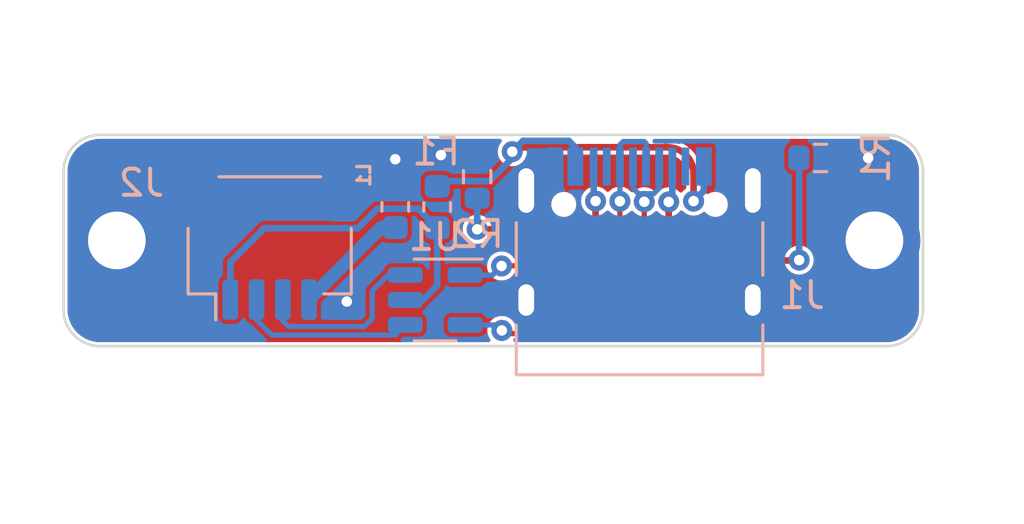
<source format=kicad_pcb>
(kicad_pcb (version 20211014) (generator pcbnew)
  (title_block (title "Unified Daughterboard") (date "2020-03-22") (rev "C3") (company "Designed by the keyboard community"))
  (layers (0 "F.Cu" signal) (31 "B.Cu" signal) (34 "B.Paste" user) (35 "F.Paste" user) (36 "B.SilkS" user "B.Silkscreen") (37 "F.SilkS" user "F.Silkscreen") (38 "B.Mask" user) (39 "F.Mask" user) (44 "Edge.Cuts" user))
  (net 0 "")
  (net 1 "GND")
  (net 2 "VCC")
  (net 3 "Net-(J1-PadA5)")
  (net 4 "Net-(J1-PadB5)")
  (net 5 "VBUS")
  (net 8 "DBus+")
  (net 9 "DBus-")
  (net 10 "DN")
  (net 11 "DP")
  (net 12 "GNDPWR")
  (footprint "random-keyboard-parts:Generic-Mounthole" (layer "F.Cu") (at 56.1975 63.463)
    (fp_text reference "MH2" hide)
    (fp_text value "Mount-M2" hide)
    (pad "1" thru_hole circle locked (at 0 0) (size 3.500001 3.500001) (drill 2.2) (layers *.Cu *.Mask) (net 12 "GNDPWR"))
  )
  (footprint "random-keyboard-parts:Generic-Mounthole" (layer "F.Cu") (at 27.314 63.467682)
    (fp_text reference "MH1")
    (fp_text value "Mount-M2")
    (pad "1" thru_hole circle locked (at 0 0) (size 3.5 3.5) (drill 2.2) (layers *.Cu *.Mask) (net 12 "GNDPWR"))
  )
  (footprint "Resistor_SMD:R_0603_1608Metric" (layer "B.Cu") (at 41.0525 61.033 90)
    (fp_text reference "R2" (at -2.197 0.0375) (layer "B.SilkS") (effects (justify mirror)))
    (fp_text value "5.1k")
    (fp_line (start -0.237258 0.5225) (end 0.237258 0.5225) (layer "B.SilkS") (width 0.12))
    (fp_line (start -0.237258 -0.5225) (end 0.237258 -0.5225) (layer "B.SilkS") (width 0.12))
    (pad "1" smd roundrect locked (at -0.825 0 90) (size 0.8 0.95) (layers "B.Cu" "B.Paste" "B.Mask") (net 4 "Net-(J1-PadB5)"))
    (pad "2" smd roundrect locked (at 0.825 0 90) (size 0.8 0.95) (layers "B.Cu" "B.Paste" "B.Mask") (net 12 "GNDPWR"))
  )
  (footprint "Package_TO_SOT_SMD:SOT-23-6" (layer "B.Cu") (at 39.45 65.74 180)
    (fp_text reference "U1" (at 0 2.4) (layer "B.SilkS") (effects (justify mirror)))
    (fp_text value "USBLC6-2SC6")
    (fp_line (start 0 -1.56) (end 0.8 -1.56) (layer "B.SilkS") (width 0.12))
    (fp_line (start 0 -1.56) (end -0.8 -1.56) (layer "B.SilkS") (width 0.12))
    (fp_line (start 0 1.56) (end -1.8 1.56) (layer "B.SilkS") (width 0.12))
    (fp_line (start 0 1.56) (end 0.8 1.56) (layer "B.SilkS") (width 0.12))
    (pad "1" smd roundrect (at -1.1375 0.95 180) (size 1.325 0.6) (layers "B.Cu" "B.Paste" "B.Mask") (net 8 "DBus+"))
    (pad "2" smd roundrect (at -1.1375 0 180) (size 1.325 0.6) (layers "B.Cu" "B.Paste" "B.Mask") (net 12 "GNDPWR"))
    (pad "3" smd roundrect (at -1.1375 -0.95 180) (size 1.325 0.6) (layers "B.Cu" "B.Paste" "B.Mask") (net 9 "DBus-"))
    (pad "4" smd roundrect (at 1.1375 -0.95 180) (size 1.325 0.6) (layers "B.Cu" "B.Paste" "B.Mask") (net 10 "DN"))
    (pad "5" smd roundrect (at 1.1375 0 180) (size 1.325 0.6) (layers "B.Cu" "B.Paste" "B.Mask") (net 2 "VCC"))
    (pad "6" smd roundrect (at 1.1375 0.95 180) (size 1.325 0.6) (layers "B.Cu" "B.Paste" "B.Mask") (net 11 "DP"))
  )
  (footprint "logo:JST_SH_SM04B-SRSS-TB_1x04-1MP_P1.00mm_Horizontal" (layer "B.Cu") (at 33.1425 63.723)
    (fp_text reference "J2" (at -4.8925 -2.453 180) (layer "B.SilkS") (effects (justify mirror)))
    (fp_text value "SM04B-SRSS-TB(LF)(SN)")
    (fp_line (start -1.94 -2.685) (end 1.94 -2.685) (layer "B.SilkS") (width 0.12))
    (fp_line (start -2.06 1.785) (end -2.06 2.775) (layer "B.SilkS") (width 0.12))
    (fp_line (start -3.11 1.785) (end -2.06 1.785) (layer "B.SilkS") (width 0.12))
    (fp_line (start 3.11 1.785) (end 2.06 1.785) (layer "B.SilkS") (width 0.12))
    (fp_line (start 3.11 -0.715) (end 3.11 1.785) (layer "B.SilkS") (width 0.12))
    (fp_line (start -3.11 -0.715) (end -3.11 1.785) (layer "B.SilkS") (width 0.12))
    (pad "1" smd roundrect (at -1.5 2) (size 0.6 1.55) (layers "B.Cu" "B.Paste" "B.Mask") (net 2 "VCC"))
    (pad "2" smd roundrect (at -0.5 2) (size 0.6 1.55) (layers "B.Cu" "B.Paste" "B.Mask") (net 10 "DN"))
    (pad "3" smd roundrect (at 0.5 2) (size 0.6 1.55) (layers "B.Cu" "B.Paste" "B.Mask") (net 11 "DP"))
    (pad "4" smd roundrect (at 1.5 2) (size 0.6 1.55) (layers "B.Cu" "B.Paste" "B.Mask") (net 1 "GND"))
    (pad "MP" smd roundrect (at -2.8 -1.875) (size 1.2 1.8) (layers "B.Cu" "B.Paste" "B.Mask") (roundrect_rratio 0.208333) (net 12 "GNDPWR"))
    (pad "MP" smd roundrect (at 2.8 -1.875) (size 1.2 1.8) (layers "B.Cu" "B.Paste" "B.Mask") (roundrect_rratio 0.208333) (net 12 "GNDPWR"))
  )
  (footprint "Fuse:Fuse_0603_1608Metric" (layer "B.Cu") (at 39.5275 62.193 -90)
    (fp_text reference "F1" (at -2.113 0.0375 180) (layer "B.SilkS") (effects (justify mirror)))
    (fp_text value "ASMD1206-150")
    (fp_line (start -0.162779 0.51) (end 0.162779 0.51) (layer "B.SilkS") (width 0.12))
    (fp_line (start -0.162779 -0.51) (end 0.162779 -0.51) (layer "B.SilkS") (width 0.12))
    (pad "1" smd roundrect locked (at -0.7875 0 270) (size 0.875 0.95) (layers "B.Cu" "B.Paste" "B.Mask") (net 5 "VBUS"))
    (pad "2" smd roundrect locked (at 0.7875 0 270) (size 0.875 0.95) (layers "B.Cu" "B.Paste" "B.Mask") (net 2 "VCC"))
  )
  (footprint "Resistor_SMD:R_0603_1608Metric" (layer "B.Cu") (at 54.14 60.32)
    (fp_text reference "R1" (at 2.123 -0.0125 90) (layer "B.SilkS") (effects (justify mirror)))
    (fp_text value "5.1k")
    (fp_line (start -0.237258 0.5225) (end 0.237258 0.5225) (layer "B.SilkS") (width 0.12))
    (fp_line (start -0.237258 -0.5225) (end 0.237258 -0.5225) (layer "B.SilkS") (width 0.12))
    (pad "1" smd roundrect locked (at -0.825 0) (size 0.8 0.95) (layers "B.Cu" "B.Paste" "B.Mask") (net 3 "Net-(J1-PadA5)"))
    (pad "2" smd roundrect locked (at 0.825 0) (size 0.8 0.95) (layers "B.Cu" "B.Paste" "B.Mask") (net 12 "GNDPWR"))
  )
  (footprint "logo:USB_C_Receptacle_HRO_TYPE-C-31-M-12" (layer "B.Cu") (at 47.2425 64.693 180)
    (fp_text reference "J1" (at -6.1975 -0.867) (layer "B.SilkS") (effects (justify mirror)))
    (fp_text value "TYPE-C-31-M12_13")
    (fp_line (start 4.7 -2) (end 4.7 -3.9) (layer "B.SilkS") (width 0.12))
    (fp_line (start -4.7 -2) (end -4.7 -3.9) (layer "B.SilkS") (width 0.12))
    (fp_line (start -4.7 -3.9) (end 4.7 -3.9) (layer "B.SilkS") (width 0.12))
    (fp_line (start 4.7 1.9) (end 4.7 -0.1) (layer "B.SilkS") (width 0.12))
    (fp_line (start -4.7 1.9) (end -4.7 -0.1) (layer "B.SilkS") (width 0.12))
    (pad "" np_thru_hole circle locked (at 2.89 2.6 180) (size 0.65 0.65) (drill 0.65) (layers *.Cu *.Mask))
    (pad "" np_thru_hole circle locked (at -2.89 2.6 180) (size 0.65 0.65) (drill 0.65) (layers *.Cu *.Mask))
    (pad "A1" smd rect locked (at -3.25 4.045 180) (size 0.6 1.45) (layers "B.Cu" "B.Paste" "B.Mask") (net 12 "GNDPWR"))
    (pad "A4" smd rect locked (at -2.45 4.045 180) (size 0.6 1.45) (layers "B.Cu" "B.Paste" "B.Mask") (net 5 "VBUS"))
    (pad "A5" smd rect locked (at -1.25 4.045 180) (size 0.3 1.45) (layers "B.Cu" "B.Paste" "B.Mask") (net 3 "Net-(J1-PadA5)"))
    (pad "A6" smd rect locked (at -0.25 4.045 180) (size 0.3 1.45) (layers "B.Cu" "B.Paste" "B.Mask") (net 8 "DBus+"))
    (pad "A7" smd rect locked (at 0.25 4.045 180) (size 0.3 1.45) (layers "B.Cu" "B.Paste" "B.Mask") (net 9 "DBus-"))
    (pad "A8" smd rect locked (at 1.25 4.045 180) (size 0.3 1.45) (layers "B.Cu" "B.Paste" "B.Mask"))
    (pad "A9" smd rect locked (at 2.45 4.045 180) (size 0.6 1.45) (layers "B.Cu" "B.Paste" "B.Mask") (net 5 "VBUS"))
    (pad "A12" smd rect locked (at 3.25 4.045 180) (size 0.6 1.45) (layers "B.Cu" "B.Paste" "B.Mask") (net 12 "GNDPWR"))
    (pad "B1" smd rect locked (at 3.25 4.045 180) (size 0.6 1.45) (layers "B.Cu" "B.Paste" "B.Mask") (net 12 "GNDPWR"))
    (pad "B4" smd rect locked (at 2.45 4.045 180) (size 0.6 1.45) (layers "B.Cu" "B.Paste" "B.Mask") (net 5 "VBUS"))
    (pad "B5" smd rect locked (at 1.75 4.045 180) (size 0.3 1.45) (layers "B.Cu" "B.Paste" "B.Mask") (net 4 "Net-(J1-PadB5)"))
    (pad "B6" smd rect locked (at 0.75 4.045 180) (size 0.3 1.45) (layers "B.Cu" "B.Paste" "B.Mask") (net 8 "DBus+"))
    (pad "B7" smd rect locked (at -0.75 4.045 180) (size 0.3 1.45) (layers "B.Cu" "B.Paste" "B.Mask") (net 9 "DBus-"))
    (pad "B8" smd rect locked (at -1.75 4.045 180) (size 0.3 1.45) (layers "B.Cu" "B.Paste" "B.Mask"))
    (pad "B9" smd rect locked (at -2.45 4.045 180) (size 0.6 1.45) (layers "B.Cu" "B.Paste" "B.Mask") (net 5 "VBUS"))
    (pad "B12" smd rect locked (at -3.25 4.045 180) (size 0.6 1.45) (layers "B.Cu" "B.Paste" "B.Mask") (net 12 "GNDPWR"))
    (pad "S1" thru_hole oval locked (at -4.32 3.13 180) (size 1 2.1) (drill oval 0.6 1.7) (layers *.Cu *.Mask) (net 12 "GNDPWR"))
    (pad "S1" thru_hole oval locked (at 4.32 3.13 180) (size 1 2.1) (drill oval 0.6 1.7) (layers *.Cu *.Mask) (net 12 "GNDPWR"))
    (pad "S1" thru_hole oval locked (at 4.32 -1.05 180) (size 1 1.6) (drill oval 0.6 1.2) (layers *.Cu *.Mask) (net 12 "GNDPWR"))
    (pad "S1" thru_hole oval locked (at -4.32 -1.05 180) (size 1 1.6) (drill oval 0.6 1.2) (layers *.Cu *.Mask) (net 12 "GNDPWR"))
  )
  (footprint "Inductor_SMD:L_0603_1608Metric" (layer "B.Cu") (at 37.93 62.19 -90)
    (fp_text reference "L1" (at -1.22 1.195 90) (layer "B.SilkS") (effects (font (size 0.5 0.5) (thickness 0.125)) (justify mirror)))
    (fp_text value "60R@100MHz")
    (fp_line (start -0.162779 -0.51) (end 0.162779 -0.51) (layer "B.SilkS") (width 0.12))
    (fp_line (start -0.162779 0.51) (end 0.162779 0.51) (layer "B.SilkS") (width 0.12))
    (pad "1" smd roundrect locked (at -0.7875 0 270) (size 0.875 0.95) (layers "B.Cu" "B.Paste" "B.Mask") (net 12 "GNDPWR"))
    (pad "2" smd roundrect locked (at 0.7875 0 270) (size 0.875 0.95) (layers "B.Cu" "B.Paste" "B.Mask") (net 1 "GND"))
  )
  (gr_arc (start 58.048 66.102682) (mid 57.637949 67.092631) (end 56.648 67.502682) (layer "Edge.Cuts") (width 0.1))
  (gr_arc (start 25.282 60.837682) (mid 25.692051 59.847733) (end 26.682 59.437682) (layer "Edge.Cuts") (width 0.1))
  (gr_arc (start 26.681999 67.502682) (mid 25.69205 67.092631) (end 25.282 66.102681) (layer "Edge.Cuts") (width 0.1))
  (gr_line (start 56.648 67.502682) (end 26.682 67.502681) (layer "Edge.Cuts") (width 0.1))
  (gr_arc (start 56.648 59.437682) (mid 57.637949 59.847733) (end 58.048 60.837682) (layer "Edge.Cuts") (width 0.1))
  (gr_line (start 58.048 60.837682) (end 58.048 66.102682) (layer "Edge.Cuts") (width 0.1))
  (gr_line (start 26.682 59.437682) (end 56.648 59.437682) (layer "Edge.Cuts") (width 0.1))
  (gr_line (start 25.282 66.102681) (end 25.282 60.837682) (layer "Edge.Cuts") (width 0.1))
  (segment (start 37.388 62.9775) (end 34.6425 65.723) (width 0.508) (layer "B.Cu") (net 1))
  (segment (start 37.93 62.9775) (end 37.388 62.9775) (width 0.508) (layer "B.Cu") (net 1))
  (segment (start 39.5275 62.9805) (end 39.5275 65.193) (width 0.254) (layer "B.Cu") (net 2))
  (segment (start 38.9775 65.743) (end 38.315 65.743) (width 0.254) (layer "B.Cu") (net 2))
  (segment (start 36.50848 63.00152) (end 32.93602 63.00152) (width 0.254) (layer "B.Cu") (net 2))
  (segment (start 39.5275 62.9805) (end 38.80808 62.26108) (width 0.254) (layer "B.Cu") (net 2))
  (segment (start 38.80808 62.26108) (end 37.24892 62.26108) (width 0.254) (layer "B.Cu") (net 2))
  (segment (start 31.6425 65.723) (end 31.6425 64.29504) (width 0.254) (layer "B.Cu") (net 2))
  (segment (start 37.24892 62.26108) (end 36.50848 63.00152) (width 0.254) (layer "B.Cu") (net 2))
  (segment (start 39.5275 65.193) (end 38.9775 65.743) (width 0.254) (layer "B.Cu") (net 2))
  (segment (start 31.6425 64.29504) (end 32.93602 63.00152) (width 0.254) (layer "B.Cu") (net 2))
  (segment (start 53.3125 64.233) (end 49.353754 64.233) (width 0.254) (layer "F.Cu") (net 3))
  (segment (start 53.3125 64.233) (end 53.3275 64.218) (width 0.254) (layer "F.Cu") (net 3))
  (segment (start 48.353754 61.997751) (end 48.353754 63.233) (width 0.254) (layer "F.Cu") (net 3))
  (via (at 53.3275 64.218) (size 0.8) (drill 0.4) (layers "F.Cu" "B.Cu") (net 3))
  (via (at 48.353754 61.997751) (size 0.8) (drill 0.4) (layers "F.Cu" "B.Cu") (net 3))
  (arc (start 49.353754 64.233) (mid 48.646647 63.940107) (end 48.353754 63.233) (width 0.254) (layer "F.Cu") (net 3))
  (segment (start 53.3275 64.218) (end 53.3275 60.3325) (width 0.254) (layer "B.Cu") (net 3))
  (segment (start 48.4925 61.859005) (end 48.353754 61.997751) (width 0.254) (layer "B.Cu") (net 3))
  (segment (start 48.4925 60.648) (end 48.4925 61.859005) (width 0.254) (layer "B.Cu") (net 3))
  (segment (start 45.566025 61.965912) (end 45.566025 62.543) (width 0.254) (layer "F.Cu") (net 4))
  (segment (start 41.0525 63.043) (end 45.066025 63.043) (width 0.254) (layer "F.Cu") (net 4))
  (via (at 45.566025 61.965912) (size 0.8) (drill 0.4) (layers "F.Cu" "B.Cu") (net 4))
  (via (at 41.0525 63.043) (size 0.8) (drill 0.4) (layers "F.Cu" "B.Cu") (net 4))
  (arc (start 45.066025 63.043) (mid 45.419578 62.896553) (end 45.566025 62.543) (width 0.254) (layer "F.Cu") (net 4))
  (segment (start 45.4925 60.648) (end 45.4925 61.892387) (width 0.254) (layer "B.Cu") (net 4))
  (segment (start 45.4925 61.892387) (end 45.566025 61.965912) (width 0.254) (layer "B.Cu") (net 4))
  (segment (start 41.0525 63.043) (end 41.0525 61.858) (width 0.254) (layer "B.Cu") (net 4))
  (segment (start 42.814666 59.912182) (end 43.302182 59.912182) (width 0.254) (layer "F.Cu") (net 5))
  (segment (start 49.3025 61.968) (end 49.3025 60.912182) (width 0.254) (layer "F.Cu") (net 5))
  (segment (start 42.557818 59.912182) (end 42.39 60.08) (width 0.254) (layer "F.Cu") (net 5))
  (segment (start 43.302182 59.912182) (end 48.3025 59.912182) (width 0.254) (layer "F.Cu") (net 5))
  (segment (start 43.302182 59.912182) (end 42.557818 59.912182) (width 0.254) (layer "F.Cu") (net 5))
  (via (at 42.39 60.08) (size 0.8) (drill 0.4) (layers "F.Cu" "B.Cu") (net 5))
  (via (at 49.3025 61.968) (size 0.8) (drill 0.4) (layers "F.Cu" "B.Cu") (net 5))
  (arc (start 48.3025 59.912182) (mid 49.009607 60.205075) (end 49.3025 60.912182) (width 0.254) (layer "F.Cu") (net 5))
  (segment (start 42.800511 59.669489) (end 42.39 60.08) (width 0.254) (layer "B.Cu") (net 5))
  (segment (start 42.39 60.08) (end 42.39 60.329832) (width 0.254) (layer "B.Cu") (net 5))
  (segment (start 44.7925 60.648) (end 44.7925 59.915978) (width 0.254) (layer "B.Cu") (net 5))
  (segment (start 49.6925 61.578) (end 49.3025 61.968) (width 0.254) (layer "B.Cu") (net 5))
  (segment (start 44.546011 59.669489) (end 42.800511 59.669489) (width 0.254) (layer "B.Cu") (net 5))
  (segment (start 41.515352 61.20448) (end 39.72852 61.20448) (width 0.254) (layer "B.Cu") (net 5))
  (segment (start 39.72852 61.20448) (end 39.5275 61.4055) (width 0.254) (layer "B.Cu") (net 5))
  (segment (start 49.6925 60.648) (end 49.6925 61.578) (width 0.254) (layer "B.Cu") (net 5))
  (segment (start 42.39 60.329832) (end 41.515352 61.20448) (width 0.254) (layer "B.Cu") (net 5))
  (segment (start 44.7925 59.915978) (end 44.546011 59.669489) (width 0.254) (layer "B.Cu") (net 5))
  (segment (start 46.4925 63.392309) (end 46.4925 61.973) (width 0.2) (layer "F.Cu") (net 8))
  (segment (start 41.9825 64.443) (end 45.506911 64.392205) (width 0.2) (layer "F.Cu") (net 8))
  (via (at 46.4925 61.973) (size 0.8) (drill 0.4) (layers "F.Cu" "B.Cu") (net 8))
  (via (at 41.9825 64.443) (size 0.8) (drill 0.4) (layers "F.Cu" "B.Cu") (net 8))
  (arc (start 45.506911 64.392205) (mid 46.204684 64.094302) (end 46.4925 63.392309) (width 0.2) (layer "F.Cu") (net 8))
  (segment (start 47.4925 59.763) (end 47.4925 60.648) (width 0.2) (layer "B.Cu") (net 8))
  (segment (start 46.4925 60.648) (end 46.4925 61.973) (width 0.2) (layer "B.Cu") (net 8))
  (segment (start 46.4925 60.648) (end 46.4925 59.819978) (width 0.2) (layer "B.Cu") (net 8))
  (segment (start 46.619478 59.693) (end 47.4225 59.693) (width 0.2) (layer "B.Cu") (net 8))
  (segment (start 40.59 64.793) (end 41.6325 64.793) (width 0.2) (layer "B.Cu") (net 8))
  (segment (start 41.6325 64.793) (end 41.9825 64.443) (width 0.2) (layer "B.Cu") (net 8))
  (segment (start 47.4225 59.693) (end 47.4925 59.763) (width 0.2) (layer "B.Cu") (net 8))
  (segment (start 46.4925 59.819978) (end 46.619478 59.693) (width 0.2) (layer "B.Cu") (net 8))
  (segment (start 42.1125 67.023) (end 45.4225 67.023) (width 0.2) (layer "F.Cu") (net 9))
  (segment (start 47.4225 61.993) (end 47.4225 65.023) (width 0.2) (layer "F.Cu") (net 9))
  (segment (start 41.9925 66.903) (end 42.1125 67.023) (width 0.2) (layer "F.Cu") (net 9))
  (via (at 47.4225 61.993) (size 0.8) (drill 0.4) (layers "F.Cu" "B.Cu") (net 9))
  (via (at 41.9925 66.903) (size 0.8) (drill 0.4) (layers "F.Cu" "B.Cu") (net 9))
  (arc (start 47.4225 65.023) (mid 46.836714 66.437214) (end 45.4225 67.023) (width 0.2) (layer "F.Cu") (net 9))
  (segment (start 47.7825 61.683) (end 47.4225 61.683) (width 0.2) (layer "B.Cu") (net 9))
  (segment (start 41.7825 66.693) (end 41.9925 66.903) (width 0.2) (layer "B.Cu") (net 9))
  (segment (start 47.9925 60.648) (end 47.9925 61.473) (width 0.2) (layer "B.Cu") (net 9))
  (segment (start 47.199478 61.683) (end 46.9925 61.476022) (width 0.2) (layer "B.Cu") (net 9))
  (segment (start 40.59 66.693) (end 41.7825 66.693) (width 0.2) (layer "B.Cu") (net 9))
  (segment (start 47.9925 61.473) (end 47.7825 61.683) (width 0.2) (layer "B.Cu") (net 9))
  (segment (start 46.9925 61.476022) (end 46.9925 60.648) (width 0.2) (layer "B.Cu") (net 9))
  (segment (start 47.4225 61.683) (end 47.4225 61.993) (width 0.2) (layer "B.Cu") (net 9))
  (segment (start 47.4225 61.683) (end 47.199478 61.683) (width 0.2) (layer "B.Cu") (net 9))
  (segment (start 37.93156 67.07644) (end 33.22094 67.07644) (width 0.2) (layer "B.Cu") (net 10))
  (segment (start 33.22094 67.07644) (end 32.6425 66.498) (width 0.2) (layer "B.Cu") (net 10))
  (segment (start 32.6425 66.498) (end 32.6425 65.723) (width 0.2) (layer "B.Cu") (net 10))
  (segment (start 38.315 66.693) (end 37.93156 67.07644) (width 0.2) (layer "B.Cu") (net 10))
  (segment (start 36.75008 66.74992) (end 33.85942 66.74992) (width 0.2) (layer "B.Cu") (net 11))
  (segment (start 33.6425 66.533) (end 33.6425 65.723) (width 0.2) (layer "B.Cu") (net 11))
  (segment (start 37.0525 66.4475) (end 36.75008 66.74992) (width 0.2) (layer "B.Cu") (net 11))
  (segment (start 33.85942 66.74992) (end 33.6425 66.533) (width 0.2) (layer "B.Cu") (net 11))
  (segment (start 37.0525 65.393) (end 37.0525 66.4475) (width 0.2) (layer "B.Cu") (net 11))
  (segment (start 38.315 64.793) (end 37.6525 64.793) (width 0.2) (layer "B.Cu") (net 11))
  (segment (start 37.6525 64.793) (end 37.0525 65.393) (width 0.2) (layer "B.Cu") (net 11))
  (via (at 55.96 60.32) (size 0.8) (drill 0.4) (layers "F.Cu" "B.Cu") (net 12))
  (via (at 37.93 60.37) (size 0.8) (drill 0.4) (layers "F.Cu" "B.Cu") (net 12))
  (via (at 36.08 65.8) (size 0.8) (drill 0.4) (layers "F.Cu" "B.Cu") (net 12))
  (via (at 39.67 60.21) (size 0.8) (drill 0.4) (layers "F.Cu" "B.Cu") (net 12))
  (segment (start 50.6475 60.648) (end 51.5625 61.563) (width 0.508) (layer "B.Cu") (net 12))
  (segment (start 54.965 60.32) (end 55.96 60.32) (width 0.254) (layer "B.Cu") (net 12))
  (segment (start 51.5625 65.743) (end 53.8625 65.743) (width 0.508) (layer "B.Cu") (net 12))
  (segment (start 50.4925 60.648) (end 50.6475 60.648) (width 0.508) (layer "B.Cu") (net 12))
  (segment (start 43.9925 60.648) (end 43.8375 60.648) (width 0.508) (layer "B.Cu") (net 12))
  (segment (start 42.9225 61.563) (end 42.9225 65.743) (width 0.508) (layer "B.Cu") (net 12))
  (segment (start 41.0525 60.208) (end 39.672 60.208) (width 0.508) (layer "B.Cu") (net 12))
  (segment (start 53.8625 65.743) (end 56.1425 63.463) (width 0.508) (layer "B.Cu") (net 12))
  (segment (start 42.9225 65.743) (end 40.59 65.743) (width 0.508) (layer "B.Cu") (net 12))
  (segment (start 37.93 61.4025) (end 37.93 60.37) (width 0.254) (layer "B.Cu") (net 12))
  (segment (start 43.8375 60.648) (end 42.9225 61.563) (width 0.508) (layer "B.Cu") (net 12))
  (segment (start 51.5625 61.563) (end 51.5625 65.743) (width 0.508) (layer "B.Cu") (net 12))
  (segment (start 39.672 60.208) (end 39.67 60.21) (width 0.508) (layer "B.Cu") (net 12))
  (zone (net 12) (net_name "GNDPWR") (layer "F.Cu") (connect_pads yes (clearance 0.1524)) (min_thickness 0.1524) (fill yes (thermal_gap 0.508) (thermal_bridge_width 0.508))
    (polygon (pts (xy 61.9125 74.295) (xy 22.86 74.295) (xy 22.86 54.2925) (xy 61.9125 54.2925)))
  )
  (zone (net 12) (net_name "GNDPWR") (layer "B.Cu") (connect_pads yes (clearance 0.1524)) (min_thickness 0.1524) (fill yes (thermal_gap 0.508) (thermal_bridge_width 0.508))
    (polygon (pts (xy 61.9125 74.295) (xy 22.86 74.295) (xy 22.86 54.2925) (xy 61.9125 54.2925)))
  )
)
</source>
